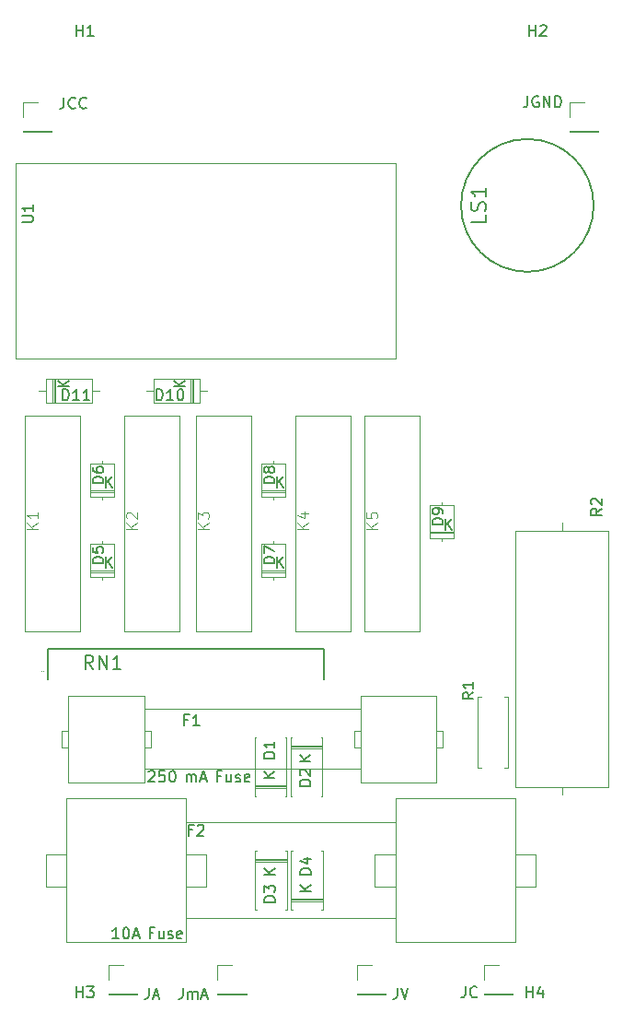
<source format=gbr>
%TF.GenerationSoftware,KiCad,Pcbnew,(7.0.0)*%
%TF.CreationDate,2023-04-03T22:11:30-05:00*%
%TF.ProjectId,Bluetooth Multimeter,426c7565-746f-46f7-9468-204d756c7469,rev?*%
%TF.SameCoordinates,Original*%
%TF.FileFunction,Legend,Top*%
%TF.FilePolarity,Positive*%
%FSLAX46Y46*%
G04 Gerber Fmt 4.6, Leading zero omitted, Abs format (unit mm)*
G04 Created by KiCad (PCBNEW (7.0.0)) date 2023-04-03 22:11:30*
%MOMM*%
%LPD*%
G01*
G04 APERTURE LIST*
%ADD10C,0.150000*%
%ADD11C,0.100000*%
%ADD12C,0.120000*%
%ADD13C,0.200000*%
%ADD14C,0.127000*%
G04 APERTURE END LIST*
D10*
%TO.C,JC*%
X162075857Y-141861380D02*
X162075857Y-142575666D01*
X162075857Y-142575666D02*
X162028238Y-142718523D01*
X162028238Y-142718523D02*
X161933000Y-142813761D01*
X161933000Y-142813761D02*
X161790143Y-142861380D01*
X161790143Y-142861380D02*
X161694905Y-142861380D01*
X163123476Y-142766142D02*
X163075857Y-142813761D01*
X163075857Y-142813761D02*
X162933000Y-142861380D01*
X162933000Y-142861380D02*
X162837762Y-142861380D01*
X162837762Y-142861380D02*
X162694905Y-142813761D01*
X162694905Y-142813761D02*
X162599667Y-142718523D01*
X162599667Y-142718523D02*
X162552048Y-142623285D01*
X162552048Y-142623285D02*
X162504429Y-142432809D01*
X162504429Y-142432809D02*
X162504429Y-142289952D01*
X162504429Y-142289952D02*
X162552048Y-142099476D01*
X162552048Y-142099476D02*
X162599667Y-142004238D01*
X162599667Y-142004238D02*
X162694905Y-141909000D01*
X162694905Y-141909000D02*
X162837762Y-141861380D01*
X162837762Y-141861380D02*
X162933000Y-141861380D01*
X162933000Y-141861380D02*
X163075857Y-141909000D01*
X163075857Y-141909000D02*
X163123476Y-141956619D01*
D11*
%TO.C,K5*%
X153958380Y-99798094D02*
X152958380Y-99798094D01*
X153958380Y-99226666D02*
X153386952Y-99655237D01*
X152958380Y-99226666D02*
X153529809Y-99798094D01*
X152958380Y-98321904D02*
X152958380Y-98798094D01*
X152958380Y-98798094D02*
X153434571Y-98845713D01*
X153434571Y-98845713D02*
X153386952Y-98798094D01*
X153386952Y-98798094D02*
X153339333Y-98702856D01*
X153339333Y-98702856D02*
X153339333Y-98464761D01*
X153339333Y-98464761D02*
X153386952Y-98369523D01*
X153386952Y-98369523D02*
X153434571Y-98321904D01*
X153434571Y-98321904D02*
X153529809Y-98274285D01*
X153529809Y-98274285D02*
X153767904Y-98274285D01*
X153767904Y-98274285D02*
X153863142Y-98321904D01*
X153863142Y-98321904D02*
X153910761Y-98369523D01*
X153910761Y-98369523D02*
X153958380Y-98464761D01*
X153958380Y-98464761D02*
X153958380Y-98702856D01*
X153958380Y-98702856D02*
X153910761Y-98798094D01*
X153910761Y-98798094D02*
X153863142Y-98845713D01*
D10*
%TO.C,H4*%
X167692095Y-142860380D02*
X167692095Y-141860380D01*
X167692095Y-142336571D02*
X168263523Y-142336571D01*
X168263523Y-142860380D02*
X168263523Y-141860380D01*
X169168285Y-142193714D02*
X169168285Y-142860380D01*
X168930190Y-141812761D02*
X168692095Y-142527047D01*
X168692095Y-142527047D02*
X169311142Y-142527047D01*
D11*
%TO.C,K3*%
X138464380Y-99798094D02*
X137464380Y-99798094D01*
X138464380Y-99226666D02*
X137892952Y-99655237D01*
X137464380Y-99226666D02*
X138035809Y-99798094D01*
X137464380Y-98893332D02*
X137464380Y-98274285D01*
X137464380Y-98274285D02*
X137845333Y-98607618D01*
X137845333Y-98607618D02*
X137845333Y-98464761D01*
X137845333Y-98464761D02*
X137892952Y-98369523D01*
X137892952Y-98369523D02*
X137940571Y-98321904D01*
X137940571Y-98321904D02*
X138035809Y-98274285D01*
X138035809Y-98274285D02*
X138273904Y-98274285D01*
X138273904Y-98274285D02*
X138369142Y-98321904D01*
X138369142Y-98321904D02*
X138416761Y-98369523D01*
X138416761Y-98369523D02*
X138464380Y-98464761D01*
X138464380Y-98464761D02*
X138464380Y-98750475D01*
X138464380Y-98750475D02*
X138416761Y-98845713D01*
X138416761Y-98845713D02*
X138369142Y-98893332D01*
D10*
%TO.C,D2*%
X147814380Y-123420094D02*
X146814380Y-123420094D01*
X146814380Y-123420094D02*
X146814380Y-123181999D01*
X146814380Y-123181999D02*
X146862000Y-123039142D01*
X146862000Y-123039142D02*
X146957238Y-122943904D01*
X146957238Y-122943904D02*
X147052476Y-122896285D01*
X147052476Y-122896285D02*
X147242952Y-122848666D01*
X147242952Y-122848666D02*
X147385809Y-122848666D01*
X147385809Y-122848666D02*
X147576285Y-122896285D01*
X147576285Y-122896285D02*
X147671523Y-122943904D01*
X147671523Y-122943904D02*
X147766761Y-123039142D01*
X147766761Y-123039142D02*
X147814380Y-123181999D01*
X147814380Y-123181999D02*
X147814380Y-123420094D01*
X146909619Y-122467713D02*
X146862000Y-122420094D01*
X146862000Y-122420094D02*
X146814380Y-122324856D01*
X146814380Y-122324856D02*
X146814380Y-122086761D01*
X146814380Y-122086761D02*
X146862000Y-121991523D01*
X146862000Y-121991523D02*
X146909619Y-121943904D01*
X146909619Y-121943904D02*
X147004857Y-121896285D01*
X147004857Y-121896285D02*
X147100095Y-121896285D01*
X147100095Y-121896285D02*
X147242952Y-121943904D01*
X147242952Y-121943904D02*
X147814380Y-122515332D01*
X147814380Y-122515332D02*
X147814380Y-121896285D01*
X147814380Y-121165904D02*
X146814380Y-121165904D01*
X147814380Y-120594476D02*
X147242952Y-121023047D01*
X146814380Y-120594476D02*
X147385809Y-121165904D01*
%TO.C,D8*%
X144512380Y-95607094D02*
X143512380Y-95607094D01*
X143512380Y-95607094D02*
X143512380Y-95368999D01*
X143512380Y-95368999D02*
X143560000Y-95226142D01*
X143560000Y-95226142D02*
X143655238Y-95130904D01*
X143655238Y-95130904D02*
X143750476Y-95083285D01*
X143750476Y-95083285D02*
X143940952Y-95035666D01*
X143940952Y-95035666D02*
X144083809Y-95035666D01*
X144083809Y-95035666D02*
X144274285Y-95083285D01*
X144274285Y-95083285D02*
X144369523Y-95130904D01*
X144369523Y-95130904D02*
X144464761Y-95226142D01*
X144464761Y-95226142D02*
X144512380Y-95368999D01*
X144512380Y-95368999D02*
X144512380Y-95607094D01*
X143940952Y-94464237D02*
X143893333Y-94559475D01*
X143893333Y-94559475D02*
X143845714Y-94607094D01*
X143845714Y-94607094D02*
X143750476Y-94654713D01*
X143750476Y-94654713D02*
X143702857Y-94654713D01*
X143702857Y-94654713D02*
X143607619Y-94607094D01*
X143607619Y-94607094D02*
X143560000Y-94559475D01*
X143560000Y-94559475D02*
X143512380Y-94464237D01*
X143512380Y-94464237D02*
X143512380Y-94273761D01*
X143512380Y-94273761D02*
X143560000Y-94178523D01*
X143560000Y-94178523D02*
X143607619Y-94130904D01*
X143607619Y-94130904D02*
X143702857Y-94083285D01*
X143702857Y-94083285D02*
X143750476Y-94083285D01*
X143750476Y-94083285D02*
X143845714Y-94130904D01*
X143845714Y-94130904D02*
X143893333Y-94178523D01*
X143893333Y-94178523D02*
X143940952Y-94273761D01*
X143940952Y-94273761D02*
X143940952Y-94464237D01*
X143940952Y-94464237D02*
X143988571Y-94559475D01*
X143988571Y-94559475D02*
X144036190Y-94607094D01*
X144036190Y-94607094D02*
X144131428Y-94654713D01*
X144131428Y-94654713D02*
X144321904Y-94654713D01*
X144321904Y-94654713D02*
X144417142Y-94607094D01*
X144417142Y-94607094D02*
X144464761Y-94559475D01*
X144464761Y-94559475D02*
X144512380Y-94464237D01*
X144512380Y-94464237D02*
X144512380Y-94273761D01*
X144512380Y-94273761D02*
X144464761Y-94178523D01*
X144464761Y-94178523D02*
X144417142Y-94130904D01*
X144417142Y-94130904D02*
X144321904Y-94083285D01*
X144321904Y-94083285D02*
X144131428Y-94083285D01*
X144131428Y-94083285D02*
X144036190Y-94130904D01*
X144036190Y-94130904D02*
X143988571Y-94178523D01*
X143988571Y-94178523D02*
X143940952Y-94273761D01*
X144772095Y-96015380D02*
X144772095Y-95015380D01*
X145343523Y-96015380D02*
X144914952Y-95443952D01*
X145343523Y-95015380D02*
X144772095Y-95586809D01*
%TO.C,JGND*%
X167783047Y-60073380D02*
X167783047Y-60787666D01*
X167783047Y-60787666D02*
X167735428Y-60930523D01*
X167735428Y-60930523D02*
X167640190Y-61025761D01*
X167640190Y-61025761D02*
X167497333Y-61073380D01*
X167497333Y-61073380D02*
X167402095Y-61073380D01*
X168783047Y-60121000D02*
X168687809Y-60073380D01*
X168687809Y-60073380D02*
X168544952Y-60073380D01*
X168544952Y-60073380D02*
X168402095Y-60121000D01*
X168402095Y-60121000D02*
X168306857Y-60216238D01*
X168306857Y-60216238D02*
X168259238Y-60311476D01*
X168259238Y-60311476D02*
X168211619Y-60501952D01*
X168211619Y-60501952D02*
X168211619Y-60644809D01*
X168211619Y-60644809D02*
X168259238Y-60835285D01*
X168259238Y-60835285D02*
X168306857Y-60930523D01*
X168306857Y-60930523D02*
X168402095Y-61025761D01*
X168402095Y-61025761D02*
X168544952Y-61073380D01*
X168544952Y-61073380D02*
X168640190Y-61073380D01*
X168640190Y-61073380D02*
X168783047Y-61025761D01*
X168783047Y-61025761D02*
X168830666Y-60978142D01*
X168830666Y-60978142D02*
X168830666Y-60644809D01*
X168830666Y-60644809D02*
X168640190Y-60644809D01*
X169259238Y-61073380D02*
X169259238Y-60073380D01*
X169259238Y-60073380D02*
X169830666Y-61073380D01*
X169830666Y-61073380D02*
X169830666Y-60073380D01*
X170306857Y-61073380D02*
X170306857Y-60073380D01*
X170306857Y-60073380D02*
X170544952Y-60073380D01*
X170544952Y-60073380D02*
X170687809Y-60121000D01*
X170687809Y-60121000D02*
X170783047Y-60216238D01*
X170783047Y-60216238D02*
X170830666Y-60311476D01*
X170830666Y-60311476D02*
X170878285Y-60501952D01*
X170878285Y-60501952D02*
X170878285Y-60644809D01*
X170878285Y-60644809D02*
X170830666Y-60835285D01*
X170830666Y-60835285D02*
X170783047Y-60930523D01*
X170783047Y-60930523D02*
X170687809Y-61025761D01*
X170687809Y-61025761D02*
X170544952Y-61073380D01*
X170544952Y-61073380D02*
X170306857Y-61073380D01*
%TO.C,D10*%
X133659714Y-87997380D02*
X133659714Y-86997380D01*
X133659714Y-86997380D02*
X133897809Y-86997380D01*
X133897809Y-86997380D02*
X134040666Y-87045000D01*
X134040666Y-87045000D02*
X134135904Y-87140238D01*
X134135904Y-87140238D02*
X134183523Y-87235476D01*
X134183523Y-87235476D02*
X134231142Y-87425952D01*
X134231142Y-87425952D02*
X134231142Y-87568809D01*
X134231142Y-87568809D02*
X134183523Y-87759285D01*
X134183523Y-87759285D02*
X134135904Y-87854523D01*
X134135904Y-87854523D02*
X134040666Y-87949761D01*
X134040666Y-87949761D02*
X133897809Y-87997380D01*
X133897809Y-87997380D02*
X133659714Y-87997380D01*
X135183523Y-87997380D02*
X134612095Y-87997380D01*
X134897809Y-87997380D02*
X134897809Y-86997380D01*
X134897809Y-86997380D02*
X134802571Y-87140238D01*
X134802571Y-87140238D02*
X134707333Y-87235476D01*
X134707333Y-87235476D02*
X134612095Y-87283095D01*
X135802571Y-86997380D02*
X135897809Y-86997380D01*
X135897809Y-86997380D02*
X135993047Y-87045000D01*
X135993047Y-87045000D02*
X136040666Y-87092619D01*
X136040666Y-87092619D02*
X136088285Y-87187857D01*
X136088285Y-87187857D02*
X136135904Y-87378333D01*
X136135904Y-87378333D02*
X136135904Y-87616428D01*
X136135904Y-87616428D02*
X136088285Y-87806904D01*
X136088285Y-87806904D02*
X136040666Y-87902142D01*
X136040666Y-87902142D02*
X135993047Y-87949761D01*
X135993047Y-87949761D02*
X135897809Y-87997380D01*
X135897809Y-87997380D02*
X135802571Y-87997380D01*
X135802571Y-87997380D02*
X135707333Y-87949761D01*
X135707333Y-87949761D02*
X135659714Y-87902142D01*
X135659714Y-87902142D02*
X135612095Y-87806904D01*
X135612095Y-87806904D02*
X135564476Y-87616428D01*
X135564476Y-87616428D02*
X135564476Y-87378333D01*
X135564476Y-87378333D02*
X135612095Y-87187857D01*
X135612095Y-87187857D02*
X135659714Y-87092619D01*
X135659714Y-87092619D02*
X135707333Y-87045000D01*
X135707333Y-87045000D02*
X135802571Y-86997380D01*
X136257380Y-86754904D02*
X135257380Y-86754904D01*
X136257380Y-86183476D02*
X135685952Y-86612047D01*
X135257380Y-86183476D02*
X135828809Y-86754904D01*
%TO.C,D9*%
X160006380Y-99417094D02*
X159006380Y-99417094D01*
X159006380Y-99417094D02*
X159006380Y-99178999D01*
X159006380Y-99178999D02*
X159054000Y-99036142D01*
X159054000Y-99036142D02*
X159149238Y-98940904D01*
X159149238Y-98940904D02*
X159244476Y-98893285D01*
X159244476Y-98893285D02*
X159434952Y-98845666D01*
X159434952Y-98845666D02*
X159577809Y-98845666D01*
X159577809Y-98845666D02*
X159768285Y-98893285D01*
X159768285Y-98893285D02*
X159863523Y-98940904D01*
X159863523Y-98940904D02*
X159958761Y-99036142D01*
X159958761Y-99036142D02*
X160006380Y-99178999D01*
X160006380Y-99178999D02*
X160006380Y-99417094D01*
X160006380Y-98369475D02*
X160006380Y-98178999D01*
X160006380Y-98178999D02*
X159958761Y-98083761D01*
X159958761Y-98083761D02*
X159911142Y-98036142D01*
X159911142Y-98036142D02*
X159768285Y-97940904D01*
X159768285Y-97940904D02*
X159577809Y-97893285D01*
X159577809Y-97893285D02*
X159196857Y-97893285D01*
X159196857Y-97893285D02*
X159101619Y-97940904D01*
X159101619Y-97940904D02*
X159054000Y-97988523D01*
X159054000Y-97988523D02*
X159006380Y-98083761D01*
X159006380Y-98083761D02*
X159006380Y-98274237D01*
X159006380Y-98274237D02*
X159054000Y-98369475D01*
X159054000Y-98369475D02*
X159101619Y-98417094D01*
X159101619Y-98417094D02*
X159196857Y-98464713D01*
X159196857Y-98464713D02*
X159434952Y-98464713D01*
X159434952Y-98464713D02*
X159530190Y-98417094D01*
X159530190Y-98417094D02*
X159577809Y-98369475D01*
X159577809Y-98369475D02*
X159625428Y-98274237D01*
X159625428Y-98274237D02*
X159625428Y-98083761D01*
X159625428Y-98083761D02*
X159577809Y-97988523D01*
X159577809Y-97988523D02*
X159530190Y-97940904D01*
X159530190Y-97940904D02*
X159434952Y-97893285D01*
X160266095Y-99935380D02*
X160266095Y-98935380D01*
X160837523Y-99935380D02*
X160408952Y-99363952D01*
X160837523Y-98935380D02*
X160266095Y-99506809D01*
%TO.C,D1*%
X144512380Y-120880094D02*
X143512380Y-120880094D01*
X143512380Y-120880094D02*
X143512380Y-120641999D01*
X143512380Y-120641999D02*
X143560000Y-120499142D01*
X143560000Y-120499142D02*
X143655238Y-120403904D01*
X143655238Y-120403904D02*
X143750476Y-120356285D01*
X143750476Y-120356285D02*
X143940952Y-120308666D01*
X143940952Y-120308666D02*
X144083809Y-120308666D01*
X144083809Y-120308666D02*
X144274285Y-120356285D01*
X144274285Y-120356285D02*
X144369523Y-120403904D01*
X144369523Y-120403904D02*
X144464761Y-120499142D01*
X144464761Y-120499142D02*
X144512380Y-120641999D01*
X144512380Y-120641999D02*
X144512380Y-120880094D01*
X144512380Y-119356285D02*
X144512380Y-119927713D01*
X144512380Y-119641999D02*
X143512380Y-119641999D01*
X143512380Y-119641999D02*
X143655238Y-119737237D01*
X143655238Y-119737237D02*
X143750476Y-119832475D01*
X143750476Y-119832475D02*
X143798095Y-119927713D01*
X144512380Y-122689904D02*
X143512380Y-122689904D01*
X144512380Y-122118476D02*
X143940952Y-122547047D01*
X143512380Y-122118476D02*
X144083809Y-122689904D01*
%TO.C,JmA*%
X136080619Y-141988380D02*
X136080619Y-142702666D01*
X136080619Y-142702666D02*
X136033000Y-142845523D01*
X136033000Y-142845523D02*
X135937762Y-142940761D01*
X135937762Y-142940761D02*
X135794905Y-142988380D01*
X135794905Y-142988380D02*
X135699667Y-142988380D01*
X136556810Y-142988380D02*
X136556810Y-142321714D01*
X136556810Y-142416952D02*
X136604429Y-142369333D01*
X136604429Y-142369333D02*
X136699667Y-142321714D01*
X136699667Y-142321714D02*
X136842524Y-142321714D01*
X136842524Y-142321714D02*
X136937762Y-142369333D01*
X136937762Y-142369333D02*
X136985381Y-142464571D01*
X136985381Y-142464571D02*
X136985381Y-142988380D01*
X136985381Y-142464571D02*
X137033000Y-142369333D01*
X137033000Y-142369333D02*
X137128238Y-142321714D01*
X137128238Y-142321714D02*
X137271095Y-142321714D01*
X137271095Y-142321714D02*
X137366334Y-142369333D01*
X137366334Y-142369333D02*
X137413953Y-142464571D01*
X137413953Y-142464571D02*
X137413953Y-142988380D01*
X137842524Y-142702666D02*
X138318714Y-142702666D01*
X137747286Y-142988380D02*
X138080619Y-141988380D01*
X138080619Y-141988380D02*
X138413952Y-142988380D01*
%TO.C,H3*%
X126293095Y-142860380D02*
X126293095Y-141860380D01*
X126293095Y-142336571D02*
X126864523Y-142336571D01*
X126864523Y-142860380D02*
X126864523Y-141860380D01*
X127245476Y-141860380D02*
X127864523Y-141860380D01*
X127864523Y-141860380D02*
X127531190Y-142241333D01*
X127531190Y-142241333D02*
X127674047Y-142241333D01*
X127674047Y-142241333D02*
X127769285Y-142288952D01*
X127769285Y-142288952D02*
X127816904Y-142336571D01*
X127816904Y-142336571D02*
X127864523Y-142431809D01*
X127864523Y-142431809D02*
X127864523Y-142669904D01*
X127864523Y-142669904D02*
X127816904Y-142765142D01*
X127816904Y-142765142D02*
X127769285Y-142812761D01*
X127769285Y-142812761D02*
X127674047Y-142860380D01*
X127674047Y-142860380D02*
X127388333Y-142860380D01*
X127388333Y-142860380D02*
X127293095Y-142812761D01*
X127293095Y-142812761D02*
X127245476Y-142765142D01*
%TO.C,R1*%
X162800380Y-114847666D02*
X162324190Y-115180999D01*
X162800380Y-115419094D02*
X161800380Y-115419094D01*
X161800380Y-115419094D02*
X161800380Y-115038142D01*
X161800380Y-115038142D02*
X161848000Y-114942904D01*
X161848000Y-114942904D02*
X161895619Y-114895285D01*
X161895619Y-114895285D02*
X161990857Y-114847666D01*
X161990857Y-114847666D02*
X162133714Y-114847666D01*
X162133714Y-114847666D02*
X162228952Y-114895285D01*
X162228952Y-114895285D02*
X162276571Y-114942904D01*
X162276571Y-114942904D02*
X162324190Y-115038142D01*
X162324190Y-115038142D02*
X162324190Y-115419094D01*
X162800380Y-113895285D02*
X162800380Y-114466713D01*
X162800380Y-114180999D02*
X161800380Y-114180999D01*
X161800380Y-114180999D02*
X161943238Y-114276237D01*
X161943238Y-114276237D02*
X162038476Y-114371475D01*
X162038476Y-114371475D02*
X162086095Y-114466713D01*
D11*
%TO.C,K1*%
X122716380Y-99798094D02*
X121716380Y-99798094D01*
X122716380Y-99226666D02*
X122144952Y-99655237D01*
X121716380Y-99226666D02*
X122287809Y-99798094D01*
X122716380Y-98274285D02*
X122716380Y-98845713D01*
X122716380Y-98559999D02*
X121716380Y-98559999D01*
X121716380Y-98559999D02*
X121859238Y-98655237D01*
X121859238Y-98655237D02*
X121954476Y-98750475D01*
X121954476Y-98750475D02*
X122002095Y-98845713D01*
D10*
%TO.C,R2*%
X174611380Y-97956666D02*
X174135190Y-98289999D01*
X174611380Y-98528094D02*
X173611380Y-98528094D01*
X173611380Y-98528094D02*
X173611380Y-98147142D01*
X173611380Y-98147142D02*
X173659000Y-98051904D01*
X173659000Y-98051904D02*
X173706619Y-98004285D01*
X173706619Y-98004285D02*
X173801857Y-97956666D01*
X173801857Y-97956666D02*
X173944714Y-97956666D01*
X173944714Y-97956666D02*
X174039952Y-98004285D01*
X174039952Y-98004285D02*
X174087571Y-98051904D01*
X174087571Y-98051904D02*
X174135190Y-98147142D01*
X174135190Y-98147142D02*
X174135190Y-98528094D01*
X173706619Y-97575713D02*
X173659000Y-97528094D01*
X173659000Y-97528094D02*
X173611380Y-97432856D01*
X173611380Y-97432856D02*
X173611380Y-97194761D01*
X173611380Y-97194761D02*
X173659000Y-97099523D01*
X173659000Y-97099523D02*
X173706619Y-97051904D01*
X173706619Y-97051904D02*
X173801857Y-97004285D01*
X173801857Y-97004285D02*
X173897095Y-97004285D01*
X173897095Y-97004285D02*
X174039952Y-97051904D01*
X174039952Y-97051904D02*
X174611380Y-97623332D01*
X174611380Y-97623332D02*
X174611380Y-97004285D01*
%TO.C,H1*%
X126293095Y-54523380D02*
X126293095Y-53523380D01*
X126293095Y-53999571D02*
X126864523Y-53999571D01*
X126864523Y-54523380D02*
X126864523Y-53523380D01*
X127864523Y-54523380D02*
X127293095Y-54523380D01*
X127578809Y-54523380D02*
X127578809Y-53523380D01*
X127578809Y-53523380D02*
X127483571Y-53666238D01*
X127483571Y-53666238D02*
X127388333Y-53761476D01*
X127388333Y-53761476D02*
X127293095Y-53809095D01*
%TO.C,D6*%
X128764380Y-95607094D02*
X127764380Y-95607094D01*
X127764380Y-95607094D02*
X127764380Y-95368999D01*
X127764380Y-95368999D02*
X127812000Y-95226142D01*
X127812000Y-95226142D02*
X127907238Y-95130904D01*
X127907238Y-95130904D02*
X128002476Y-95083285D01*
X128002476Y-95083285D02*
X128192952Y-95035666D01*
X128192952Y-95035666D02*
X128335809Y-95035666D01*
X128335809Y-95035666D02*
X128526285Y-95083285D01*
X128526285Y-95083285D02*
X128621523Y-95130904D01*
X128621523Y-95130904D02*
X128716761Y-95226142D01*
X128716761Y-95226142D02*
X128764380Y-95368999D01*
X128764380Y-95368999D02*
X128764380Y-95607094D01*
X127764380Y-94178523D02*
X127764380Y-94368999D01*
X127764380Y-94368999D02*
X127812000Y-94464237D01*
X127812000Y-94464237D02*
X127859619Y-94511856D01*
X127859619Y-94511856D02*
X128002476Y-94607094D01*
X128002476Y-94607094D02*
X128192952Y-94654713D01*
X128192952Y-94654713D02*
X128573904Y-94654713D01*
X128573904Y-94654713D02*
X128669142Y-94607094D01*
X128669142Y-94607094D02*
X128716761Y-94559475D01*
X128716761Y-94559475D02*
X128764380Y-94464237D01*
X128764380Y-94464237D02*
X128764380Y-94273761D01*
X128764380Y-94273761D02*
X128716761Y-94178523D01*
X128716761Y-94178523D02*
X128669142Y-94130904D01*
X128669142Y-94130904D02*
X128573904Y-94083285D01*
X128573904Y-94083285D02*
X128335809Y-94083285D01*
X128335809Y-94083285D02*
X128240571Y-94130904D01*
X128240571Y-94130904D02*
X128192952Y-94178523D01*
X128192952Y-94178523D02*
X128145333Y-94273761D01*
X128145333Y-94273761D02*
X128145333Y-94464237D01*
X128145333Y-94464237D02*
X128192952Y-94559475D01*
X128192952Y-94559475D02*
X128240571Y-94607094D01*
X128240571Y-94607094D02*
X128335809Y-94654713D01*
X129024095Y-96015380D02*
X129024095Y-95015380D01*
X129595523Y-96015380D02*
X129166952Y-95443952D01*
X129595523Y-95015380D02*
X129024095Y-95586809D01*
%TO.C,F2*%
X136953666Y-127478571D02*
X136620333Y-127478571D01*
X136620333Y-128002380D02*
X136620333Y-127002380D01*
X136620333Y-127002380D02*
X137096523Y-127002380D01*
X137429857Y-127097619D02*
X137477476Y-127050000D01*
X137477476Y-127050000D02*
X137572714Y-127002380D01*
X137572714Y-127002380D02*
X137810809Y-127002380D01*
X137810809Y-127002380D02*
X137906047Y-127050000D01*
X137906047Y-127050000D02*
X137953666Y-127097619D01*
X137953666Y-127097619D02*
X138001285Y-127192857D01*
X138001285Y-127192857D02*
X138001285Y-127288095D01*
X138001285Y-127288095D02*
X137953666Y-127430952D01*
X137953666Y-127430952D02*
X137382238Y-128002380D01*
X137382238Y-128002380D02*
X138001285Y-128002380D01*
X130174904Y-137450380D02*
X129603476Y-137450380D01*
X129889190Y-137450380D02*
X129889190Y-136450380D01*
X129889190Y-136450380D02*
X129793952Y-136593238D01*
X129793952Y-136593238D02*
X129698714Y-136688476D01*
X129698714Y-136688476D02*
X129603476Y-136736095D01*
X130793952Y-136450380D02*
X130889190Y-136450380D01*
X130889190Y-136450380D02*
X130984428Y-136498000D01*
X130984428Y-136498000D02*
X131032047Y-136545619D01*
X131032047Y-136545619D02*
X131079666Y-136640857D01*
X131079666Y-136640857D02*
X131127285Y-136831333D01*
X131127285Y-136831333D02*
X131127285Y-137069428D01*
X131127285Y-137069428D02*
X131079666Y-137259904D01*
X131079666Y-137259904D02*
X131032047Y-137355142D01*
X131032047Y-137355142D02*
X130984428Y-137402761D01*
X130984428Y-137402761D02*
X130889190Y-137450380D01*
X130889190Y-137450380D02*
X130793952Y-137450380D01*
X130793952Y-137450380D02*
X130698714Y-137402761D01*
X130698714Y-137402761D02*
X130651095Y-137355142D01*
X130651095Y-137355142D02*
X130603476Y-137259904D01*
X130603476Y-137259904D02*
X130555857Y-137069428D01*
X130555857Y-137069428D02*
X130555857Y-136831333D01*
X130555857Y-136831333D02*
X130603476Y-136640857D01*
X130603476Y-136640857D02*
X130651095Y-136545619D01*
X130651095Y-136545619D02*
X130698714Y-136498000D01*
X130698714Y-136498000D02*
X130793952Y-136450380D01*
X131508238Y-137164666D02*
X131984428Y-137164666D01*
X131413000Y-137450380D02*
X131746333Y-136450380D01*
X131746333Y-136450380D02*
X132079666Y-137450380D01*
X133346333Y-136926571D02*
X133013000Y-136926571D01*
X133013000Y-137450380D02*
X133013000Y-136450380D01*
X133013000Y-136450380D02*
X133489190Y-136450380D01*
X134298714Y-136783714D02*
X134298714Y-137450380D01*
X133870143Y-136783714D02*
X133870143Y-137307523D01*
X133870143Y-137307523D02*
X133917762Y-137402761D01*
X133917762Y-137402761D02*
X134013000Y-137450380D01*
X134013000Y-137450380D02*
X134155857Y-137450380D01*
X134155857Y-137450380D02*
X134251095Y-137402761D01*
X134251095Y-137402761D02*
X134298714Y-137355142D01*
X134727286Y-137402761D02*
X134822524Y-137450380D01*
X134822524Y-137450380D02*
X135013000Y-137450380D01*
X135013000Y-137450380D02*
X135108238Y-137402761D01*
X135108238Y-137402761D02*
X135155857Y-137307523D01*
X135155857Y-137307523D02*
X135155857Y-137259904D01*
X135155857Y-137259904D02*
X135108238Y-137164666D01*
X135108238Y-137164666D02*
X135013000Y-137117047D01*
X135013000Y-137117047D02*
X134870143Y-137117047D01*
X134870143Y-137117047D02*
X134774905Y-137069428D01*
X134774905Y-137069428D02*
X134727286Y-136974190D01*
X134727286Y-136974190D02*
X134727286Y-136926571D01*
X134727286Y-136926571D02*
X134774905Y-136831333D01*
X134774905Y-136831333D02*
X134870143Y-136783714D01*
X134870143Y-136783714D02*
X135013000Y-136783714D01*
X135013000Y-136783714D02*
X135108238Y-136831333D01*
X135965381Y-137402761D02*
X135870143Y-137450380D01*
X135870143Y-137450380D02*
X135679667Y-137450380D01*
X135679667Y-137450380D02*
X135584429Y-137402761D01*
X135584429Y-137402761D02*
X135536810Y-137307523D01*
X135536810Y-137307523D02*
X135536810Y-136926571D01*
X135536810Y-136926571D02*
X135584429Y-136831333D01*
X135584429Y-136831333D02*
X135679667Y-136783714D01*
X135679667Y-136783714D02*
X135870143Y-136783714D01*
X135870143Y-136783714D02*
X135965381Y-136831333D01*
X135965381Y-136831333D02*
X136013000Y-136926571D01*
X136013000Y-136926571D02*
X136013000Y-137021809D01*
X136013000Y-137021809D02*
X135536810Y-137117047D01*
D11*
%TO.C,K2*%
X131860380Y-99798094D02*
X130860380Y-99798094D01*
X131860380Y-99226666D02*
X131288952Y-99655237D01*
X130860380Y-99226666D02*
X131431809Y-99798094D01*
X130955619Y-98845713D02*
X130908000Y-98798094D01*
X130908000Y-98798094D02*
X130860380Y-98702856D01*
X130860380Y-98702856D02*
X130860380Y-98464761D01*
X130860380Y-98464761D02*
X130908000Y-98369523D01*
X130908000Y-98369523D02*
X130955619Y-98321904D01*
X130955619Y-98321904D02*
X131050857Y-98274285D01*
X131050857Y-98274285D02*
X131146095Y-98274285D01*
X131146095Y-98274285D02*
X131288952Y-98321904D01*
X131288952Y-98321904D02*
X131860380Y-98893332D01*
X131860380Y-98893332D02*
X131860380Y-98274285D01*
D10*
%TO.C,D5*%
X128764380Y-102973094D02*
X127764380Y-102973094D01*
X127764380Y-102973094D02*
X127764380Y-102734999D01*
X127764380Y-102734999D02*
X127812000Y-102592142D01*
X127812000Y-102592142D02*
X127907238Y-102496904D01*
X127907238Y-102496904D02*
X128002476Y-102449285D01*
X128002476Y-102449285D02*
X128192952Y-102401666D01*
X128192952Y-102401666D02*
X128335809Y-102401666D01*
X128335809Y-102401666D02*
X128526285Y-102449285D01*
X128526285Y-102449285D02*
X128621523Y-102496904D01*
X128621523Y-102496904D02*
X128716761Y-102592142D01*
X128716761Y-102592142D02*
X128764380Y-102734999D01*
X128764380Y-102734999D02*
X128764380Y-102973094D01*
X127764380Y-101496904D02*
X127764380Y-101973094D01*
X127764380Y-101973094D02*
X128240571Y-102020713D01*
X128240571Y-102020713D02*
X128192952Y-101973094D01*
X128192952Y-101973094D02*
X128145333Y-101877856D01*
X128145333Y-101877856D02*
X128145333Y-101639761D01*
X128145333Y-101639761D02*
X128192952Y-101544523D01*
X128192952Y-101544523D02*
X128240571Y-101496904D01*
X128240571Y-101496904D02*
X128335809Y-101449285D01*
X128335809Y-101449285D02*
X128573904Y-101449285D01*
X128573904Y-101449285D02*
X128669142Y-101496904D01*
X128669142Y-101496904D02*
X128716761Y-101544523D01*
X128716761Y-101544523D02*
X128764380Y-101639761D01*
X128764380Y-101639761D02*
X128764380Y-101877856D01*
X128764380Y-101877856D02*
X128716761Y-101973094D01*
X128716761Y-101973094D02*
X128669142Y-102020713D01*
X129024095Y-103381380D02*
X129024095Y-102381380D01*
X129595523Y-103381380D02*
X129166952Y-102809952D01*
X129595523Y-102381380D02*
X129024095Y-102952809D01*
%TO.C,JCC*%
X125126857Y-60200380D02*
X125126857Y-60914666D01*
X125126857Y-60914666D02*
X125079238Y-61057523D01*
X125079238Y-61057523D02*
X124984000Y-61152761D01*
X124984000Y-61152761D02*
X124841143Y-61200380D01*
X124841143Y-61200380D02*
X124745905Y-61200380D01*
X126174476Y-61105142D02*
X126126857Y-61152761D01*
X126126857Y-61152761D02*
X125984000Y-61200380D01*
X125984000Y-61200380D02*
X125888762Y-61200380D01*
X125888762Y-61200380D02*
X125745905Y-61152761D01*
X125745905Y-61152761D02*
X125650667Y-61057523D01*
X125650667Y-61057523D02*
X125603048Y-60962285D01*
X125603048Y-60962285D02*
X125555429Y-60771809D01*
X125555429Y-60771809D02*
X125555429Y-60628952D01*
X125555429Y-60628952D02*
X125603048Y-60438476D01*
X125603048Y-60438476D02*
X125650667Y-60343238D01*
X125650667Y-60343238D02*
X125745905Y-60248000D01*
X125745905Y-60248000D02*
X125888762Y-60200380D01*
X125888762Y-60200380D02*
X125984000Y-60200380D01*
X125984000Y-60200380D02*
X126126857Y-60248000D01*
X126126857Y-60248000D02*
X126174476Y-60295619D01*
X127174476Y-61105142D02*
X127126857Y-61152761D01*
X127126857Y-61152761D02*
X126984000Y-61200380D01*
X126984000Y-61200380D02*
X126888762Y-61200380D01*
X126888762Y-61200380D02*
X126745905Y-61152761D01*
X126745905Y-61152761D02*
X126650667Y-61057523D01*
X126650667Y-61057523D02*
X126603048Y-60962285D01*
X126603048Y-60962285D02*
X126555429Y-60771809D01*
X126555429Y-60771809D02*
X126555429Y-60628952D01*
X126555429Y-60628952D02*
X126603048Y-60438476D01*
X126603048Y-60438476D02*
X126650667Y-60343238D01*
X126650667Y-60343238D02*
X126745905Y-60248000D01*
X126745905Y-60248000D02*
X126888762Y-60200380D01*
X126888762Y-60200380D02*
X126984000Y-60200380D01*
X126984000Y-60200380D02*
X127126857Y-60248000D01*
X127126857Y-60248000D02*
X127174476Y-60295619D01*
%TO.C,JV*%
X155797285Y-141988380D02*
X155797285Y-142702666D01*
X155797285Y-142702666D02*
X155749666Y-142845523D01*
X155749666Y-142845523D02*
X155654428Y-142940761D01*
X155654428Y-142940761D02*
X155511571Y-142988380D01*
X155511571Y-142988380D02*
X155416333Y-142988380D01*
X156130619Y-141988380D02*
X156463952Y-142988380D01*
X156463952Y-142988380D02*
X156797285Y-141988380D01*
%TO.C,D11*%
X125023714Y-87997380D02*
X125023714Y-86997380D01*
X125023714Y-86997380D02*
X125261809Y-86997380D01*
X125261809Y-86997380D02*
X125404666Y-87045000D01*
X125404666Y-87045000D02*
X125499904Y-87140238D01*
X125499904Y-87140238D02*
X125547523Y-87235476D01*
X125547523Y-87235476D02*
X125595142Y-87425952D01*
X125595142Y-87425952D02*
X125595142Y-87568809D01*
X125595142Y-87568809D02*
X125547523Y-87759285D01*
X125547523Y-87759285D02*
X125499904Y-87854523D01*
X125499904Y-87854523D02*
X125404666Y-87949761D01*
X125404666Y-87949761D02*
X125261809Y-87997380D01*
X125261809Y-87997380D02*
X125023714Y-87997380D01*
X126547523Y-87997380D02*
X125976095Y-87997380D01*
X126261809Y-87997380D02*
X126261809Y-86997380D01*
X126261809Y-86997380D02*
X126166571Y-87140238D01*
X126166571Y-87140238D02*
X126071333Y-87235476D01*
X126071333Y-87235476D02*
X125976095Y-87283095D01*
X127499904Y-87997380D02*
X126928476Y-87997380D01*
X127214190Y-87997380D02*
X127214190Y-86997380D01*
X127214190Y-86997380D02*
X127118952Y-87140238D01*
X127118952Y-87140238D02*
X127023714Y-87235476D01*
X127023714Y-87235476D02*
X126928476Y-87283095D01*
X125589380Y-86748904D02*
X124589380Y-86748904D01*
X125589380Y-86177476D02*
X125017952Y-86606047D01*
X124589380Y-86177476D02*
X125160809Y-86748904D01*
D11*
%TO.C,K4*%
X147608380Y-99798094D02*
X146608380Y-99798094D01*
X147608380Y-99226666D02*
X147036952Y-99655237D01*
X146608380Y-99226666D02*
X147179809Y-99798094D01*
X146941714Y-98369523D02*
X147608380Y-98369523D01*
X146560761Y-98607618D02*
X147275047Y-98845713D01*
X147275047Y-98845713D02*
X147275047Y-98226666D01*
D10*
%TO.C,RN1*%
X127827095Y-112704573D02*
X127403761Y-112099811D01*
X127101380Y-112704573D02*
X127101380Y-111434573D01*
X127101380Y-111434573D02*
X127585190Y-111434573D01*
X127585190Y-111434573D02*
X127706142Y-111495050D01*
X127706142Y-111495050D02*
X127766619Y-111555526D01*
X127766619Y-111555526D02*
X127827095Y-111676478D01*
X127827095Y-111676478D02*
X127827095Y-111857907D01*
X127827095Y-111857907D02*
X127766619Y-111978859D01*
X127766619Y-111978859D02*
X127706142Y-112039335D01*
X127706142Y-112039335D02*
X127585190Y-112099811D01*
X127585190Y-112099811D02*
X127101380Y-112099811D01*
X128371380Y-112704573D02*
X128371380Y-111434573D01*
X128371380Y-111434573D02*
X129097095Y-112704573D01*
X129097095Y-112704573D02*
X129097095Y-111434573D01*
X130367095Y-112704573D02*
X129641380Y-112704573D01*
X130004237Y-112704573D02*
X130004237Y-111434573D01*
X130004237Y-111434573D02*
X129883285Y-111616002D01*
X129883285Y-111616002D02*
X129762333Y-111736954D01*
X129762333Y-111736954D02*
X129641380Y-111797430D01*
%TO.C,D7*%
X144512380Y-102973094D02*
X143512380Y-102973094D01*
X143512380Y-102973094D02*
X143512380Y-102734999D01*
X143512380Y-102734999D02*
X143560000Y-102592142D01*
X143560000Y-102592142D02*
X143655238Y-102496904D01*
X143655238Y-102496904D02*
X143750476Y-102449285D01*
X143750476Y-102449285D02*
X143940952Y-102401666D01*
X143940952Y-102401666D02*
X144083809Y-102401666D01*
X144083809Y-102401666D02*
X144274285Y-102449285D01*
X144274285Y-102449285D02*
X144369523Y-102496904D01*
X144369523Y-102496904D02*
X144464761Y-102592142D01*
X144464761Y-102592142D02*
X144512380Y-102734999D01*
X144512380Y-102734999D02*
X144512380Y-102973094D01*
X143512380Y-102068332D02*
X143512380Y-101401666D01*
X143512380Y-101401666D02*
X144512380Y-101830237D01*
X144772095Y-103381380D02*
X144772095Y-102381380D01*
X145343523Y-103381380D02*
X144914952Y-102809952D01*
X145343523Y-102381380D02*
X144772095Y-102952809D01*
%TO.C,D4*%
X147867380Y-131548094D02*
X146867380Y-131548094D01*
X146867380Y-131548094D02*
X146867380Y-131309999D01*
X146867380Y-131309999D02*
X146915000Y-131167142D01*
X146915000Y-131167142D02*
X147010238Y-131071904D01*
X147010238Y-131071904D02*
X147105476Y-131024285D01*
X147105476Y-131024285D02*
X147295952Y-130976666D01*
X147295952Y-130976666D02*
X147438809Y-130976666D01*
X147438809Y-130976666D02*
X147629285Y-131024285D01*
X147629285Y-131024285D02*
X147724523Y-131071904D01*
X147724523Y-131071904D02*
X147819761Y-131167142D01*
X147819761Y-131167142D02*
X147867380Y-131309999D01*
X147867380Y-131309999D02*
X147867380Y-131548094D01*
X147200714Y-130119523D02*
X147867380Y-130119523D01*
X146819761Y-130357618D02*
X147534047Y-130595713D01*
X147534047Y-130595713D02*
X147534047Y-129976666D01*
X147867380Y-133103904D02*
X146867380Y-133103904D01*
X147867380Y-132532476D02*
X147295952Y-132961047D01*
X146867380Y-132532476D02*
X147438809Y-133103904D01*
%TO.C,LS1*%
X163963333Y-71003999D02*
X163963333Y-71670665D01*
X163963333Y-71670665D02*
X162563333Y-71670665D01*
X163896666Y-70603999D02*
X163963333Y-70403999D01*
X163963333Y-70403999D02*
X163963333Y-70070666D01*
X163963333Y-70070666D02*
X163896666Y-69937332D01*
X163896666Y-69937332D02*
X163830000Y-69870666D01*
X163830000Y-69870666D02*
X163696666Y-69803999D01*
X163696666Y-69803999D02*
X163563333Y-69803999D01*
X163563333Y-69803999D02*
X163430000Y-69870666D01*
X163430000Y-69870666D02*
X163363333Y-69937332D01*
X163363333Y-69937332D02*
X163296666Y-70070666D01*
X163296666Y-70070666D02*
X163230000Y-70337332D01*
X163230000Y-70337332D02*
X163163333Y-70470666D01*
X163163333Y-70470666D02*
X163096666Y-70537332D01*
X163096666Y-70537332D02*
X162963333Y-70603999D01*
X162963333Y-70603999D02*
X162830000Y-70603999D01*
X162830000Y-70603999D02*
X162696666Y-70537332D01*
X162696666Y-70537332D02*
X162630000Y-70470666D01*
X162630000Y-70470666D02*
X162563333Y-70337332D01*
X162563333Y-70337332D02*
X162563333Y-70003999D01*
X162563333Y-70003999D02*
X162630000Y-69803999D01*
X163963333Y-68470666D02*
X163963333Y-69270666D01*
X163963333Y-68870666D02*
X162563333Y-68870666D01*
X162563333Y-68870666D02*
X162763333Y-69003999D01*
X162763333Y-69003999D02*
X162896666Y-69137333D01*
X162896666Y-69137333D02*
X162963333Y-69270666D01*
%TO.C,JA*%
X132937285Y-141988380D02*
X132937285Y-142702666D01*
X132937285Y-142702666D02*
X132889666Y-142845523D01*
X132889666Y-142845523D02*
X132794428Y-142940761D01*
X132794428Y-142940761D02*
X132651571Y-142988380D01*
X132651571Y-142988380D02*
X132556333Y-142988380D01*
X133365857Y-142702666D02*
X133842047Y-142702666D01*
X133270619Y-142988380D02*
X133603952Y-141988380D01*
X133603952Y-141988380D02*
X133937285Y-142988380D01*
%TO.C,H2*%
X167946095Y-54523380D02*
X167946095Y-53523380D01*
X167946095Y-53999571D02*
X168517523Y-53999571D01*
X168517523Y-54523380D02*
X168517523Y-53523380D01*
X168946095Y-53618619D02*
X168993714Y-53571000D01*
X168993714Y-53571000D02*
X169088952Y-53523380D01*
X169088952Y-53523380D02*
X169327047Y-53523380D01*
X169327047Y-53523380D02*
X169422285Y-53571000D01*
X169422285Y-53571000D02*
X169469904Y-53618619D01*
X169469904Y-53618619D02*
X169517523Y-53713857D01*
X169517523Y-53713857D02*
X169517523Y-53809095D01*
X169517523Y-53809095D02*
X169469904Y-53951952D01*
X169469904Y-53951952D02*
X168898476Y-54523380D01*
X168898476Y-54523380D02*
X169517523Y-54523380D01*
%TO.C,F1*%
X136532666Y-117369571D02*
X136199333Y-117369571D01*
X136199333Y-117893380D02*
X136199333Y-116893380D01*
X136199333Y-116893380D02*
X136675523Y-116893380D01*
X137580285Y-117893380D02*
X137008857Y-117893380D01*
X137294571Y-117893380D02*
X137294571Y-116893380D01*
X137294571Y-116893380D02*
X137199333Y-117036238D01*
X137199333Y-117036238D02*
X137104095Y-117131476D01*
X137104095Y-117131476D02*
X137008857Y-117179095D01*
X132917381Y-122144619D02*
X132965000Y-122097000D01*
X132965000Y-122097000D02*
X133060238Y-122049380D01*
X133060238Y-122049380D02*
X133298333Y-122049380D01*
X133298333Y-122049380D02*
X133393571Y-122097000D01*
X133393571Y-122097000D02*
X133441190Y-122144619D01*
X133441190Y-122144619D02*
X133488809Y-122239857D01*
X133488809Y-122239857D02*
X133488809Y-122335095D01*
X133488809Y-122335095D02*
X133441190Y-122477952D01*
X133441190Y-122477952D02*
X132869762Y-123049380D01*
X132869762Y-123049380D02*
X133488809Y-123049380D01*
X134393571Y-122049380D02*
X133917381Y-122049380D01*
X133917381Y-122049380D02*
X133869762Y-122525571D01*
X133869762Y-122525571D02*
X133917381Y-122477952D01*
X133917381Y-122477952D02*
X134012619Y-122430333D01*
X134012619Y-122430333D02*
X134250714Y-122430333D01*
X134250714Y-122430333D02*
X134345952Y-122477952D01*
X134345952Y-122477952D02*
X134393571Y-122525571D01*
X134393571Y-122525571D02*
X134441190Y-122620809D01*
X134441190Y-122620809D02*
X134441190Y-122858904D01*
X134441190Y-122858904D02*
X134393571Y-122954142D01*
X134393571Y-122954142D02*
X134345952Y-123001761D01*
X134345952Y-123001761D02*
X134250714Y-123049380D01*
X134250714Y-123049380D02*
X134012619Y-123049380D01*
X134012619Y-123049380D02*
X133917381Y-123001761D01*
X133917381Y-123001761D02*
X133869762Y-122954142D01*
X135060238Y-122049380D02*
X135155476Y-122049380D01*
X135155476Y-122049380D02*
X135250714Y-122097000D01*
X135250714Y-122097000D02*
X135298333Y-122144619D01*
X135298333Y-122144619D02*
X135345952Y-122239857D01*
X135345952Y-122239857D02*
X135393571Y-122430333D01*
X135393571Y-122430333D02*
X135393571Y-122668428D01*
X135393571Y-122668428D02*
X135345952Y-122858904D01*
X135345952Y-122858904D02*
X135298333Y-122954142D01*
X135298333Y-122954142D02*
X135250714Y-123001761D01*
X135250714Y-123001761D02*
X135155476Y-123049380D01*
X135155476Y-123049380D02*
X135060238Y-123049380D01*
X135060238Y-123049380D02*
X134965000Y-123001761D01*
X134965000Y-123001761D02*
X134917381Y-122954142D01*
X134917381Y-122954142D02*
X134869762Y-122858904D01*
X134869762Y-122858904D02*
X134822143Y-122668428D01*
X134822143Y-122668428D02*
X134822143Y-122430333D01*
X134822143Y-122430333D02*
X134869762Y-122239857D01*
X134869762Y-122239857D02*
X134917381Y-122144619D01*
X134917381Y-122144619D02*
X134965000Y-122097000D01*
X134965000Y-122097000D02*
X135060238Y-122049380D01*
X136422143Y-123049380D02*
X136422143Y-122382714D01*
X136422143Y-122477952D02*
X136469762Y-122430333D01*
X136469762Y-122430333D02*
X136565000Y-122382714D01*
X136565000Y-122382714D02*
X136707857Y-122382714D01*
X136707857Y-122382714D02*
X136803095Y-122430333D01*
X136803095Y-122430333D02*
X136850714Y-122525571D01*
X136850714Y-122525571D02*
X136850714Y-123049380D01*
X136850714Y-122525571D02*
X136898333Y-122430333D01*
X136898333Y-122430333D02*
X136993571Y-122382714D01*
X136993571Y-122382714D02*
X137136428Y-122382714D01*
X137136428Y-122382714D02*
X137231667Y-122430333D01*
X137231667Y-122430333D02*
X137279286Y-122525571D01*
X137279286Y-122525571D02*
X137279286Y-123049380D01*
X137707857Y-122763666D02*
X138184047Y-122763666D01*
X137612619Y-123049380D02*
X137945952Y-122049380D01*
X137945952Y-122049380D02*
X138279285Y-123049380D01*
X139545952Y-122525571D02*
X139212619Y-122525571D01*
X139212619Y-123049380D02*
X139212619Y-122049380D01*
X139212619Y-122049380D02*
X139688809Y-122049380D01*
X140498333Y-122382714D02*
X140498333Y-123049380D01*
X140069762Y-122382714D02*
X140069762Y-122906523D01*
X140069762Y-122906523D02*
X140117381Y-123001761D01*
X140117381Y-123001761D02*
X140212619Y-123049380D01*
X140212619Y-123049380D02*
X140355476Y-123049380D01*
X140355476Y-123049380D02*
X140450714Y-123001761D01*
X140450714Y-123001761D02*
X140498333Y-122954142D01*
X140926905Y-123001761D02*
X141022143Y-123049380D01*
X141022143Y-123049380D02*
X141212619Y-123049380D01*
X141212619Y-123049380D02*
X141307857Y-123001761D01*
X141307857Y-123001761D02*
X141355476Y-122906523D01*
X141355476Y-122906523D02*
X141355476Y-122858904D01*
X141355476Y-122858904D02*
X141307857Y-122763666D01*
X141307857Y-122763666D02*
X141212619Y-122716047D01*
X141212619Y-122716047D02*
X141069762Y-122716047D01*
X141069762Y-122716047D02*
X140974524Y-122668428D01*
X140974524Y-122668428D02*
X140926905Y-122573190D01*
X140926905Y-122573190D02*
X140926905Y-122525571D01*
X140926905Y-122525571D02*
X140974524Y-122430333D01*
X140974524Y-122430333D02*
X141069762Y-122382714D01*
X141069762Y-122382714D02*
X141212619Y-122382714D01*
X141212619Y-122382714D02*
X141307857Y-122430333D01*
X142165000Y-123001761D02*
X142069762Y-123049380D01*
X142069762Y-123049380D02*
X141879286Y-123049380D01*
X141879286Y-123049380D02*
X141784048Y-123001761D01*
X141784048Y-123001761D02*
X141736429Y-122906523D01*
X141736429Y-122906523D02*
X141736429Y-122525571D01*
X141736429Y-122525571D02*
X141784048Y-122430333D01*
X141784048Y-122430333D02*
X141879286Y-122382714D01*
X141879286Y-122382714D02*
X142069762Y-122382714D01*
X142069762Y-122382714D02*
X142165000Y-122430333D01*
X142165000Y-122430333D02*
X142212619Y-122525571D01*
X142212619Y-122525571D02*
X142212619Y-122620809D01*
X142212619Y-122620809D02*
X141736429Y-122716047D01*
%TO.C,U1*%
X121287380Y-71627904D02*
X122096904Y-71627904D01*
X122096904Y-71627904D02*
X122192142Y-71580285D01*
X122192142Y-71580285D02*
X122239761Y-71532666D01*
X122239761Y-71532666D02*
X122287380Y-71437428D01*
X122287380Y-71437428D02*
X122287380Y-71246952D01*
X122287380Y-71246952D02*
X122239761Y-71151714D01*
X122239761Y-71151714D02*
X122192142Y-71104095D01*
X122192142Y-71104095D02*
X122096904Y-71056476D01*
X122096904Y-71056476D02*
X121287380Y-71056476D01*
X122287380Y-70056476D02*
X122287380Y-70627904D01*
X122287380Y-70342190D02*
X121287380Y-70342190D01*
X121287380Y-70342190D02*
X121430238Y-70437428D01*
X121430238Y-70437428D02*
X121525476Y-70532666D01*
X121525476Y-70532666D02*
X121573095Y-70627904D01*
%TO.C,D3*%
X144565380Y-134088094D02*
X143565380Y-134088094D01*
X143565380Y-134088094D02*
X143565380Y-133849999D01*
X143565380Y-133849999D02*
X143613000Y-133707142D01*
X143613000Y-133707142D02*
X143708238Y-133611904D01*
X143708238Y-133611904D02*
X143803476Y-133564285D01*
X143803476Y-133564285D02*
X143993952Y-133516666D01*
X143993952Y-133516666D02*
X144136809Y-133516666D01*
X144136809Y-133516666D02*
X144327285Y-133564285D01*
X144327285Y-133564285D02*
X144422523Y-133611904D01*
X144422523Y-133611904D02*
X144517761Y-133707142D01*
X144517761Y-133707142D02*
X144565380Y-133849999D01*
X144565380Y-133849999D02*
X144565380Y-134088094D01*
X143565380Y-133183332D02*
X143565380Y-132564285D01*
X143565380Y-132564285D02*
X143946333Y-132897618D01*
X143946333Y-132897618D02*
X143946333Y-132754761D01*
X143946333Y-132754761D02*
X143993952Y-132659523D01*
X143993952Y-132659523D02*
X144041571Y-132611904D01*
X144041571Y-132611904D02*
X144136809Y-132564285D01*
X144136809Y-132564285D02*
X144374904Y-132564285D01*
X144374904Y-132564285D02*
X144470142Y-132611904D01*
X144470142Y-132611904D02*
X144517761Y-132659523D01*
X144517761Y-132659523D02*
X144565380Y-132754761D01*
X144565380Y-132754761D02*
X144565380Y-133040475D01*
X144565380Y-133040475D02*
X144517761Y-133135713D01*
X144517761Y-133135713D02*
X144470142Y-133183332D01*
X144565380Y-131579904D02*
X143565380Y-131579904D01*
X144565380Y-131008476D02*
X143993952Y-131437047D01*
X143565380Y-131008476D02*
X144136809Y-131579904D01*
D12*
%TO.C,JC*%
X163770000Y-139894000D02*
X165100000Y-139894000D01*
X163770000Y-141224000D02*
X163770000Y-139894000D01*
X163770000Y-142494000D02*
X163770000Y-142554000D01*
X163770000Y-142494000D02*
X166430000Y-142494000D01*
X163770000Y-142554000D02*
X166430000Y-142554000D01*
X166430000Y-142494000D02*
X166430000Y-142554000D01*
%TO.C,K5*%
X152781000Y-109214000D02*
X157861000Y-109214000D01*
X157861000Y-109214000D02*
X157861000Y-89414000D01*
X157861000Y-89414000D02*
X152781000Y-89414000D01*
X152781000Y-89414000D02*
X152781000Y-109214000D01*
%TO.C,K3*%
X137287000Y-109214000D02*
X142367000Y-109214000D01*
X142367000Y-109214000D02*
X142367000Y-89414000D01*
X142367000Y-89414000D02*
X137287000Y-89414000D01*
X137287000Y-89414000D02*
X137287000Y-109214000D01*
%TO.C,D2*%
X148917000Y-118946000D02*
X148917000Y-124386000D01*
X148787000Y-118946000D02*
X148917000Y-118946000D01*
X146107000Y-118946000D02*
X145977000Y-118946000D01*
X145977000Y-118946000D02*
X145977000Y-124386000D01*
X148917000Y-119726000D02*
X145977000Y-119726000D01*
X148917000Y-119846000D02*
X145977000Y-119846000D01*
X148917000Y-119966000D02*
X145977000Y-119966000D01*
X148917000Y-124386000D02*
X148787000Y-124386000D01*
X145977000Y-124386000D02*
X146107000Y-124386000D01*
D11*
%TO.C,D8*%
X144399000Y-96901000D02*
X144399000Y-97155000D01*
X144399000Y-93853000D02*
X144399000Y-93599000D01*
X143279000Y-96901000D02*
X145519000Y-96901000D01*
X145519000Y-96901000D02*
X145519000Y-93853000D01*
X145519000Y-93853000D02*
X143279000Y-93853000D01*
X143279000Y-93853000D02*
X143279000Y-96901000D01*
X143279000Y-96417000D02*
X145519000Y-96417000D01*
X145519000Y-96417000D02*
X145519000Y-96317000D01*
X145519000Y-96317000D02*
X143279000Y-96317000D01*
X143279000Y-96317000D02*
X143279000Y-96417000D01*
D12*
%TO.C,JGND*%
X171644000Y-60646000D02*
X172974000Y-60646000D01*
X171644000Y-61976000D02*
X171644000Y-60646000D01*
X171644000Y-63246000D02*
X171644000Y-63306000D01*
X171644000Y-63246000D02*
X174304000Y-63246000D01*
X171644000Y-63306000D02*
X174304000Y-63306000D01*
X174304000Y-63246000D02*
X174304000Y-63306000D01*
%TO.C,D10*%
X138279000Y-87122000D02*
X137629000Y-87122000D01*
X137629000Y-88242000D02*
X137629000Y-86002000D01*
X137629000Y-86002000D02*
X133389000Y-86002000D01*
X137029000Y-88242000D02*
X137029000Y-86002000D01*
X136909000Y-88242000D02*
X136909000Y-86002000D01*
X136789000Y-88242000D02*
X136789000Y-86002000D01*
X133389000Y-88242000D02*
X137629000Y-88242000D01*
X133389000Y-86002000D02*
X133389000Y-88242000D01*
X132739000Y-87122000D02*
X133389000Y-87122000D01*
D11*
%TO.C,D9*%
X159893000Y-100694000D02*
X159893000Y-100948000D01*
X159893000Y-97646000D02*
X159893000Y-97392000D01*
X158773000Y-100694000D02*
X161013000Y-100694000D01*
X161013000Y-100694000D02*
X161013000Y-97646000D01*
X161013000Y-97646000D02*
X158773000Y-97646000D01*
X158773000Y-97646000D02*
X158773000Y-100694000D01*
X158773000Y-100210000D02*
X161013000Y-100210000D01*
X161013000Y-100210000D02*
X161013000Y-100110000D01*
X161013000Y-100110000D02*
X158773000Y-100110000D01*
X158773000Y-100110000D02*
X158773000Y-100210000D01*
D12*
%TO.C,D1*%
X142675000Y-124386000D02*
X142675000Y-118946000D01*
X142805000Y-124386000D02*
X142675000Y-124386000D01*
X145485000Y-124386000D02*
X145615000Y-124386000D01*
X145615000Y-124386000D02*
X145615000Y-118946000D01*
X142675000Y-123606000D02*
X145615000Y-123606000D01*
X142675000Y-123486000D02*
X145615000Y-123486000D01*
X142675000Y-123366000D02*
X145615000Y-123366000D01*
X142675000Y-118946000D02*
X142805000Y-118946000D01*
X145615000Y-118946000D02*
X145485000Y-118946000D01*
%TO.C,JmA*%
X139259000Y-139894000D02*
X140589000Y-139894000D01*
X139259000Y-141224000D02*
X139259000Y-139894000D01*
X139259000Y-142494000D02*
X139259000Y-142554000D01*
X139259000Y-142494000D02*
X141919000Y-142494000D01*
X139259000Y-142554000D02*
X141919000Y-142554000D01*
X141919000Y-142494000D02*
X141919000Y-142554000D01*
%TO.C,R1*%
X163222000Y-121761000D02*
X163222000Y-115221000D01*
X163552000Y-121761000D02*
X163222000Y-121761000D01*
X165632000Y-121761000D02*
X165962000Y-121761000D01*
X165962000Y-121761000D02*
X165962000Y-115221000D01*
X163222000Y-115221000D02*
X163552000Y-115221000D01*
X165962000Y-115221000D02*
X165632000Y-115221000D01*
%TO.C,K1*%
X121539000Y-109214000D02*
X126619000Y-109214000D01*
X126619000Y-109214000D02*
X126619000Y-89414000D01*
X126619000Y-89414000D02*
X121539000Y-89414000D01*
X121539000Y-89414000D02*
X121539000Y-109214000D01*
%TO.C,R2*%
X170942000Y-123510000D02*
X170942000Y-124260000D01*
X170942000Y-100010000D02*
X170942000Y-99260000D01*
X166692000Y-123510000D02*
X175192000Y-123510000D01*
X175192000Y-123510000D02*
X175192000Y-100010000D01*
X175192000Y-100010000D02*
X166692000Y-100010000D01*
X166692000Y-100010000D02*
X166692000Y-123510000D01*
D11*
%TO.C,D6*%
X128651000Y-96901000D02*
X128651000Y-97155000D01*
X128651000Y-93853000D02*
X128651000Y-93599000D01*
X127531000Y-96901000D02*
X129771000Y-96901000D01*
X129771000Y-96901000D02*
X129771000Y-93853000D01*
X129771000Y-93853000D02*
X127531000Y-93853000D01*
X127531000Y-93853000D02*
X127531000Y-96901000D01*
X127531000Y-96417000D02*
X129771000Y-96417000D01*
X129771000Y-96417000D02*
X129771000Y-96317000D01*
X129771000Y-96317000D02*
X127531000Y-96317000D01*
X127531000Y-96317000D02*
X127531000Y-96417000D01*
%TO.C,F2*%
X123448300Y-129691000D02*
X123448300Y-132691000D01*
X123448300Y-129691000D02*
X123448300Y-132691000D01*
X123448300Y-129691000D02*
X125348300Y-129691000D01*
X123448300Y-132691000D02*
X125348300Y-132691000D01*
X136348300Y-135591000D02*
X155648300Y-135591000D01*
X138248300Y-129691000D02*
X136348300Y-129691000D01*
X138248300Y-129691000D02*
X138248300Y-132691000D01*
X138248300Y-132691000D02*
X136348300Y-132691000D01*
X153748300Y-129691000D02*
X153748300Y-132691000D01*
X153748300Y-129691000D02*
X153748300Y-132691000D01*
X153748300Y-129691000D02*
X155648300Y-129691000D01*
X153748300Y-132691000D02*
X155648300Y-132691000D01*
X155648300Y-126791000D02*
X136348300Y-126791000D01*
X168548300Y-129691000D02*
X166648300Y-129691000D01*
X168548300Y-129691000D02*
X168548300Y-132691000D01*
X168548300Y-132691000D02*
X166648300Y-132691000D01*
X125348300Y-124591000D02*
X136348300Y-124591000D01*
X136348300Y-124591000D02*
X136348300Y-137791000D01*
X136348300Y-137791000D02*
X125348300Y-137791000D01*
X125348300Y-137791000D02*
X125348300Y-124591000D01*
X155648300Y-124591000D02*
X166648300Y-124591000D01*
X166648300Y-124591000D02*
X166648300Y-137791000D01*
X166648300Y-137791000D02*
X155648300Y-137791000D01*
X155648300Y-137791000D02*
X155648300Y-124591000D01*
D12*
%TO.C,K2*%
X130683000Y-109214000D02*
X135763000Y-109214000D01*
X135763000Y-109214000D02*
X135763000Y-89414000D01*
X135763000Y-89414000D02*
X130683000Y-89414000D01*
X130683000Y-89414000D02*
X130683000Y-109214000D01*
D11*
%TO.C,D5*%
X128651000Y-104267000D02*
X128651000Y-104521000D01*
X128651000Y-101219000D02*
X128651000Y-100965000D01*
X127531000Y-104267000D02*
X129771000Y-104267000D01*
X129771000Y-104267000D02*
X129771000Y-101219000D01*
X129771000Y-101219000D02*
X127531000Y-101219000D01*
X127531000Y-101219000D02*
X127531000Y-104267000D01*
X127531000Y-103783000D02*
X129771000Y-103783000D01*
X129771000Y-103783000D02*
X129771000Y-103683000D01*
X129771000Y-103683000D02*
X127531000Y-103683000D01*
X127531000Y-103683000D02*
X127531000Y-103783000D01*
D12*
%TO.C,JCC*%
X121352000Y-60646000D02*
X122682000Y-60646000D01*
X121352000Y-61976000D02*
X121352000Y-60646000D01*
X121352000Y-63246000D02*
X121352000Y-63306000D01*
X121352000Y-63246000D02*
X124012000Y-63246000D01*
X121352000Y-63306000D02*
X124012000Y-63306000D01*
X124012000Y-63246000D02*
X124012000Y-63306000D01*
%TO.C,JV*%
X152086000Y-139894000D02*
X153416000Y-139894000D01*
X152086000Y-141224000D02*
X152086000Y-139894000D01*
X152086000Y-142494000D02*
X152086000Y-142554000D01*
X152086000Y-142494000D02*
X154746000Y-142494000D01*
X152086000Y-142554000D02*
X154746000Y-142554000D01*
X154746000Y-142494000D02*
X154746000Y-142554000D01*
%TO.C,D11*%
X122833000Y-87122000D02*
X123483000Y-87122000D01*
X123483000Y-86002000D02*
X123483000Y-88242000D01*
X123483000Y-88242000D02*
X127723000Y-88242000D01*
X124083000Y-86002000D02*
X124083000Y-88242000D01*
X124203000Y-86002000D02*
X124203000Y-88242000D01*
X124323000Y-86002000D02*
X124323000Y-88242000D01*
X127723000Y-86002000D02*
X123483000Y-86002000D01*
X127723000Y-88242000D02*
X127723000Y-86002000D01*
X128373000Y-87122000D02*
X127723000Y-87122000D01*
%TO.C,K4*%
X146431000Y-109214000D02*
X151511000Y-109214000D01*
X151511000Y-109214000D02*
X151511000Y-89414000D01*
X151511000Y-89414000D02*
X146431000Y-89414000D01*
X146431000Y-89414000D02*
X146431000Y-109214000D01*
D11*
%TO.C,RN1*%
X123094000Y-112873000D02*
X123094000Y-112873000D01*
X123194000Y-112873000D02*
X123194000Y-112873000D01*
D13*
X123624000Y-110873000D02*
X149024000Y-110873000D01*
X123624000Y-113663000D02*
X123624000Y-110873000D01*
X149024000Y-110873000D02*
X149024000Y-113663000D01*
D11*
X123194000Y-112873000D02*
G75*
G03*
X123094000Y-112873000I-50000J0D01*
G01*
X123094000Y-112873000D02*
G75*
G03*
X123194000Y-112873000I50000J0D01*
G01*
%TO.C,D7*%
X144399000Y-104267000D02*
X144399000Y-104521000D01*
X144399000Y-101219000D02*
X144399000Y-100965000D01*
X143279000Y-104267000D02*
X145519000Y-104267000D01*
X145519000Y-104267000D02*
X145519000Y-101219000D01*
X145519000Y-101219000D02*
X143279000Y-101219000D01*
X143279000Y-101219000D02*
X143279000Y-104267000D01*
X143279000Y-103783000D02*
X145519000Y-103783000D01*
X145519000Y-103783000D02*
X145519000Y-103683000D01*
X145519000Y-103683000D02*
X143279000Y-103683000D01*
X143279000Y-103683000D02*
X143279000Y-103783000D01*
D12*
%TO.C,D4*%
X146030000Y-134800000D02*
X146030000Y-129360000D01*
X146160000Y-134800000D02*
X146030000Y-134800000D01*
X148840000Y-134800000D02*
X148970000Y-134800000D01*
X148970000Y-134800000D02*
X148970000Y-129360000D01*
X146030000Y-134020000D02*
X148970000Y-134020000D01*
X146030000Y-133900000D02*
X148970000Y-133900000D01*
X146030000Y-133780000D02*
X148970000Y-133780000D01*
X146030000Y-129360000D02*
X146160000Y-129360000D01*
X148970000Y-129360000D02*
X148840000Y-129360000D01*
D14*
%TO.C,LS1*%
X173867000Y-70104000D02*
G75*
G03*
X173867000Y-70104000I-6100000J0D01*
G01*
D12*
%TO.C,JA*%
X129226000Y-139894000D02*
X130556000Y-139894000D01*
X129226000Y-141224000D02*
X129226000Y-139894000D01*
X129226000Y-142494000D02*
X129226000Y-142554000D01*
X129226000Y-142494000D02*
X131886000Y-142494000D01*
X129226000Y-142554000D02*
X131886000Y-142554000D01*
X131886000Y-142494000D02*
X131886000Y-142554000D01*
%TO.C,F1*%
X124916000Y-118376000D02*
X124916000Y-119876000D01*
X124916000Y-119876000D02*
X125516000Y-119876000D01*
X125516000Y-118376000D02*
X124916000Y-118376000D01*
X132516000Y-116376000D02*
X152416000Y-116376000D01*
X132516000Y-119876000D02*
X133116000Y-119876000D01*
X132516000Y-121876000D02*
X152416000Y-121876000D01*
X133116000Y-118376000D02*
X132516000Y-118376000D01*
X133116000Y-119876000D02*
X133116000Y-118376000D01*
X151816000Y-118376000D02*
X151816000Y-119876000D01*
X151816000Y-119876000D02*
X152416000Y-119876000D01*
X152416000Y-118376000D02*
X151816000Y-118376000D01*
X159416000Y-119876000D02*
X160016000Y-119876000D01*
X160016000Y-118376000D02*
X159416000Y-118376000D01*
X160016000Y-119876000D02*
X160016000Y-118376000D01*
X125516000Y-115126000D02*
X132516000Y-115126000D01*
X132516000Y-115126000D02*
X132516000Y-123126000D01*
X132516000Y-123126000D02*
X125516000Y-123126000D01*
X125516000Y-123126000D02*
X125516000Y-115126000D01*
X152416000Y-115126000D02*
X159416000Y-115126000D01*
X159416000Y-115126000D02*
X159416000Y-123126000D01*
X159416000Y-123126000D02*
X152416000Y-123126000D01*
X152416000Y-123126000D02*
X152416000Y-115126000D01*
%TO.C,U1*%
X120676000Y-84184000D02*
X155676000Y-84184000D01*
X155676000Y-84184000D02*
X155676000Y-66184000D01*
X155676000Y-66184000D02*
X120676000Y-66184000D01*
X120676000Y-66184000D02*
X120676000Y-84184000D01*
%TO.C,D3*%
X145668000Y-129360000D02*
X145668000Y-134800000D01*
X145538000Y-129360000D02*
X145668000Y-129360000D01*
X142858000Y-129360000D02*
X142728000Y-129360000D01*
X142728000Y-129360000D02*
X142728000Y-134800000D01*
X145668000Y-130140000D02*
X142728000Y-130140000D01*
X145668000Y-130260000D02*
X142728000Y-130260000D01*
X145668000Y-130380000D02*
X142728000Y-130380000D01*
X145668000Y-134800000D02*
X145538000Y-134800000D01*
X142728000Y-134800000D02*
X142858000Y-134800000D01*
%TD*%
M02*

</source>
